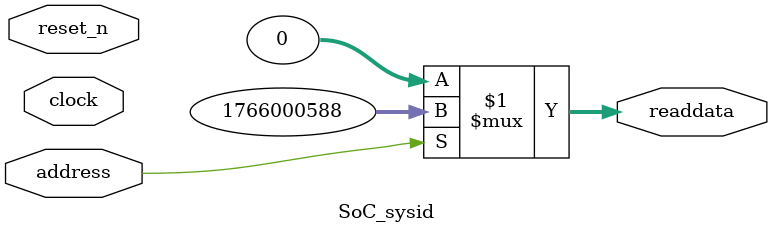
<source format=v>

`timescale 1ns / 1ps
// synthesis translate_on

// turn off superfluous verilog processor warnings 
// altera message_level Level1 
// altera message_off 10034 10035 10036 10037 10230 10240 10030 

module SoC_sysid (
               // inputs:
                address,
                clock,
                reset_n,

               // outputs:
                readdata
             )
;

  output  [ 31: 0] readdata;
  input            address;
  input            clock;
  input            reset_n;

  wire    [ 31: 0] readdata;
  //control_slave, which is an e_avalon_slave
  assign readdata = address ? 1766000588 : 0;

endmodule




</source>
